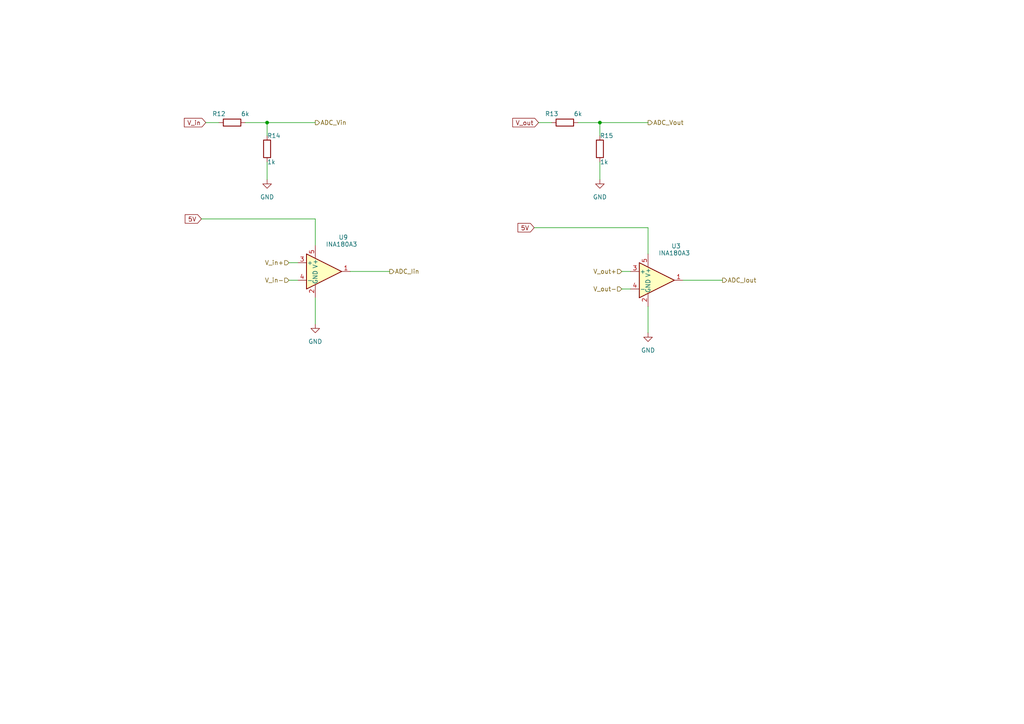
<source format=kicad_sch>
(kicad_sch (version 20231120) (generator "eeschema") (generator_version "8.0")
  (paper "A4")
  (lib_symbols
    (symbol "Amplifier_Current:INA180A3" (pin_names (offset 0.127))
      (property "Reference" "U" (at 3.81 3.81 0))
      (property "Value" "INA180A3" (at 3.81 -2.54 0))
      (symbol "INA180A3_0_1"
        (polyline (pts (xy 5.08 0) (xy -5.08 5.08) (xy -5.08 -5.08) (xy 5.08 0)) (stroke (width 0.254)) (fill (type background)))
      )
      (symbol "INA180A3_1_1"
        (pin output line (at 7.62 0 180) (length 2.54) (name "~") (number "1"))
        (pin power_in line (at -2.54 -7.62 90) (length 3.81) (name "GND") (number "2"))
        (pin input line (at -7.62 2.54 0) (length 2.54) (name "+") (number "3"))
        (pin input line (at -7.62 -2.54 0) (length 2.54) (name "-") (number "4"))
        (pin power_in line (at -2.54 7.62 270) (length 3.81) (name "V+") (number "5"))
      )
    )
    (symbol "Device:R" (pin_numbers hide) (pin_names (offset 0))
      (property "Reference" "R" (at 2.032 0 90))
      (property "Value" "R" (at 0 0 90))
      (symbol "R_0_1"
        (rectangle (start -1.016 -2.54) (end 1.016 2.54) (stroke (width 0.254)))
      )
      (symbol "R_1_1"
        (pin passive line (at 0 3.81 270) (length 1.27) (name "~") (number "1"))
        (pin passive line (at 0 -3.81 90) (length 1.27) (name "~") (number "2"))
      )
    )
    (symbol "Power:GND" (power) (pin_names (offset 0))
      (property "Value" "GND" (at 0 -3.81 0))
      (symbol "GND_0_1"
        (polyline (pts (xy 0 0) (xy 0 -1.27) (xy 1.27 -1.27) (xy 0 -2.54) (xy -1.27 -1.27) (xy 0 -1.27)))
      )
      (symbol "GND_1_1"
        (pin power_in line (at 0 0 270) (length 0) hide (name "GND") (number "1"))
      )
    )
  )
  (junction (at 173.99 35.56))
  (junction (at 77.47 35.56))
  (wire (pts (xy 173.99 35.56) (xy 187.96 35.56)))
  (wire (pts (xy 77.47 35.56) (xy 77.47 39.37)))
  (wire (pts (xy 154.94 66.04) (xy 187.96 66.04)))
  (wire (pts (xy 187.96 66.04) (xy 187.96 73.66)))
  (wire (pts (xy 91.44 86.36) (xy 91.44 93.98)))
  (wire (pts (xy 58.42 63.5) (xy 91.44 63.5)))
  (wire (pts (xy 167.64 35.56) (xy 173.99 35.56)))
  (wire (pts (xy 83.82 81.28) (xy 86.36 81.28)))
  (wire (pts (xy 77.47 46.99) (xy 77.47 52.07)))
  (wire (pts (xy 198.12 81.28) (xy 209.55 81.28)))
  (wire (pts (xy 156.21 35.56) (xy 160.02 35.56)))
  (wire (pts (xy 101.6 78.74) (xy 113.03 78.74)))
  (wire (pts (xy 77.47 35.56) (xy 91.44 35.56)))
  (wire (pts (xy 187.96 88.9) (xy 187.96 96.52)))
  (wire (pts (xy 83.82 76.2) (xy 86.36 76.2)))
  (wire (pts (xy 173.99 46.99) (xy 173.99 52.07)))
  (wire (pts (xy 71.12 35.56) (xy 77.47 35.56)))
  (wire (pts (xy 173.99 35.56) (xy 173.99 39.37)))
  (wire (pts (xy 59.69 35.56) (xy 63.5 35.56)))
  (wire (pts (xy 180.34 83.82) (xy 182.88 83.82)))
  (wire (pts (xy 91.44 63.5) (xy 91.44 71.12)))
  (wire (pts (xy 180.34 78.74) (xy 182.88 78.74)))
  (global_label "5V" (shape input) (at 154.94 66.04 180) (property "Intersheetrefs" "${INTERSHEET_REFS}" (effects (hide yes))))
  (global_label "V_in" (shape input) (at 59.69 35.56 180) (property "Intersheetrefs" "${INTERSHEET_REFS}" (effects (hide yes))))
  (global_label "V_out" (shape input) (at 156.21 35.56 180) (property "Intersheetrefs" "${INTERSHEET_REFS}" (effects (hide yes))))
  (global_label "5V" (shape input) (at 58.42 63.5 180) (property "Intersheetrefs" "${INTERSHEET_REFS}" (effects (hide yes))))
  (hierarchical_label "ADC_Iout" (shape output) (at 209.55 81.28 0))
  (hierarchical_label "V_in-" (shape input) (at 83.82 81.28 180))
  (hierarchical_label "ADC_Vout" (shape output) (at 187.96 35.56 0))
  (hierarchical_label "V_out+" (shape input) (at 180.34 78.74 180))
  (hierarchical_label "ADC_Vin" (shape output) (at 91.44 35.56 0))
  (hierarchical_label "ADC_Iin" (shape output) (at 113.03 78.74 0))
  (hierarchical_label "V_in+" (shape input) (at 83.82 76.2 180))
  (hierarchical_label "V_out-" (shape input) (at 180.34 83.82 180))
  (symbol (lib_id "Device:R") (at 163.83 35.56 90) (unit 1)
    (property "Reference" "R13" (at 160.02 33.02 90))
    (property "Value" "6k" (at 167.64 33.02 90))
    (property "Footprint" "Resistor_SMD:R_0603_1608Metric_Pad0.98x0.95mm_HandSolder" (effects (hide yes)))
  )
  (symbol (lib_id "Amplifier_Current:INA180A3") (at 190.5 81.28 0) (unit 1)
    (property "Reference" "U3" (at 196.088 71.374 0))
    (property "Value" "INA180A3" (at 195.58 73.406 0))
    (property "Footprint" "Package_TO_SOT_SMD:SOT-23-5" (effects (hide yes)))
    (property "Datasheet" "http://www.ti.com/lit/ds/symlink/ina180.pdf" (effects (hide yes)))
    (property "Description" "Current Sense Amplifier, 1 Circuit, Rail-to-Rail, 26V, Gain 100 V/V, SOT-23-5" (effects (hide yes)))
  )
  (symbol (lib_id "Power:GND") (at 77.47 52.07 0) (unit 1)
    (property "Reference" "#PWR027" (effects (hide yes)))
    (property "Value" "GND" (at 77.47 57.15 0))
  )
  (symbol (lib_id "Device:R") (at 77.47 43.18 180) (unit 1)
    (property "Reference" "R14" (at 77.47 39.37 0) (effects (justify right)))
    (property "Value" "1k" (at 77.47 46.99 0) (effects (justify right)))
    (property "Footprint" "Resistor_SMD:R_0603_1608Metric_Pad0.98x0.95mm_HandSolder" (effects (hide yes)))
  )
  (symbol (lib_id "Device:R") (at 67.31 35.56 90) (unit 1)
    (property "Reference" "R12" (at 63.5 33.02 90))
    (property "Value" "6k" (at 71.12 33.02 90))
    (property "Footprint" "Resistor_SMD:R_0603_1608Metric_Pad0.98x0.95mm_HandSolder" (effects (hide yes)))
  )
  (symbol (lib_id "Device:R") (at 173.99 43.18 180) (unit 1)
    (property "Reference" "R15" (at 173.99 39.37 0) (effects (justify right)))
    (property "Value" "1k" (at 173.99 46.99 0) (effects (justify right)))
    (property "Footprint" "Resistor_SMD:R_0603_1608Metric_Pad0.98x0.95mm_HandSolder" (effects (hide yes)))
  )
  (symbol (lib_id "Power:GND") (at 187.96 96.52 0) (unit 1)
    (property "Reference" "#PWR028" (effects (hide yes)))
    (property "Value" "GND" (at 187.96 101.6 0))
  )
  (symbol (lib_id "Power:GND") (at 91.44 93.98 0) (unit 1)
    (property "Reference" "#PWR022" (effects (hide yes)))
    (property "Value" "GND" (at 91.44 99.06 0))
  )
  (symbol (lib_id "Power:GND") (at 173.99 52.07 0) (unit 1)
    (property "Reference" "#PWR037" (effects (hide yes)))
    (property "Value" "GND" (at 173.99 57.15 0))
  )
  (symbol (lib_id "Amplifier_Current:INA180A3") (at 93.98 78.74 0) (unit 1)
    (property "Reference" "U9" (at 99.568 68.834 0))
    (property "Value" "INA180A3" (at 99.06 70.866 0))
    (property "Footprint" "Package_TO_SOT_SMD:SOT-23-5" (effects (hide yes)))
    (property "Datasheet" "http://www.ti.com/lit/ds/symlink/ina180.pdf" (effects (hide yes)))
    (property "Description" "Current Sense Amplifier, 1 Circuit, Rail-to-Rail, 26V, Gain 100 V/V, SOT-23-5" (effects (hide yes)))
  )
)
</source>
